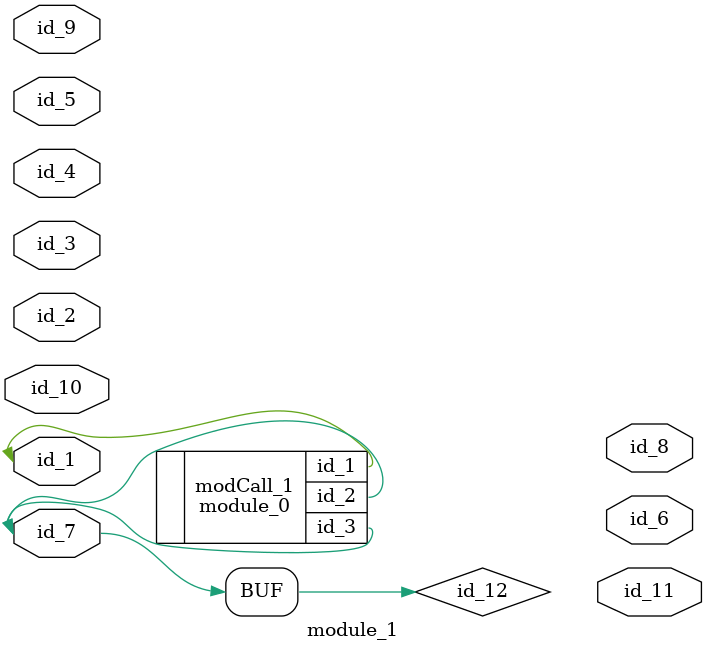
<source format=v>
module module_0 (
    id_1,
    id_2,
    id_3
);
  output wire id_3;
  output wire id_2;
  output wire id_1;
  localparam id_4 = 1 ? 1 : 1 - 1 ? (1) : -1;
  assign id_2 = id_4 ? 1 || -1 || id_4 || id_4 || 1 || 1 && id_4 || 1 : 1'h0;
endmodule
module module_1 (
    id_1,
    id_2,
    id_3,
    id_4,
    id_5,
    id_6,
    id_7,
    id_8,
    id_9,
    id_10,
    id_11
);
  output wire id_11;
  input wire id_10;
  inout wire id_9;
  output wire id_8;
  inout wire id_7;
  output wire id_6;
  inout wire id_5;
  module_0 modCall_1 (
      id_1,
      id_7,
      id_7
  );
  input wire id_4;
  input wire id_3;
  input wire id_2;
  inout wire id_1;
  wire id_12 = id_7;
endmodule

</source>
